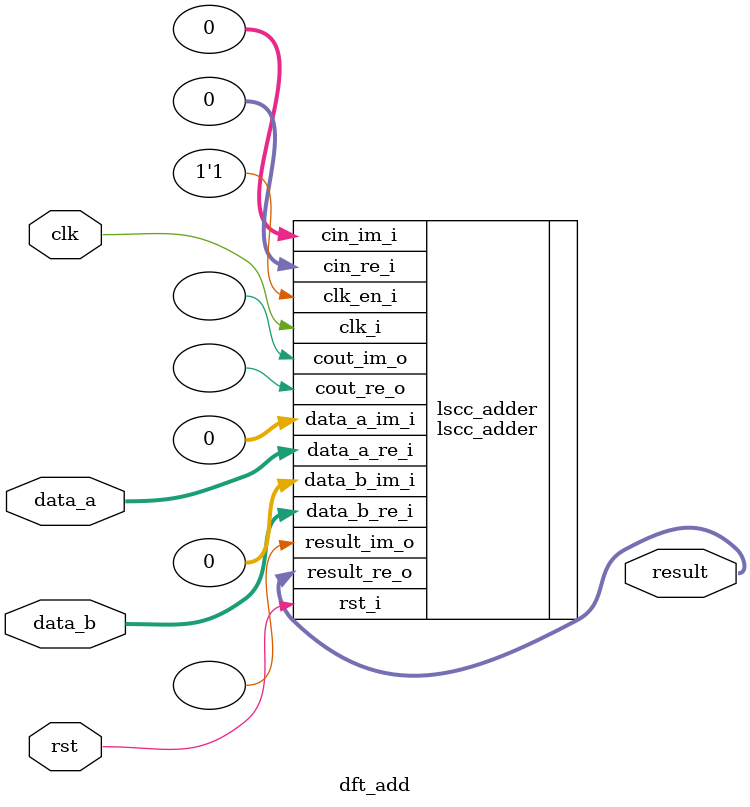
<source format=v>
module dft_add
#(
    parameter DATA_W          = 32,
    parameter DATA_SIGNED     = "off",  // "on" / "off"
    parameter INPUT_REG       = "off",  // "on" / "off"
    parameter OUTPUT_REG      = "on",   // "on" / "off"
    parameter PIPELINE_STAGES = 0,
    parameter PIPE_4BIT       = 1'b0
)
(
    // System
    input  wire              clk,  // System clock
    input  wire              rst,  // System reset
    // Input data
    input  wire [DATA_W-1:0] data_a, // Data A
    input  wire [DATA_W-1:0] data_b, // Data B
    // Output data
    output wire [DATA_W-1:0] result  // Result
);

lscc_adder
#(
    .D_WIDTH   (DATA_W),
    .SIGNED    (DATA_SIGNED),
    .USE_CNUM  (0),
    .USE_CIN   (0),
    .USE_COUT  (0),
    .USE_IREG  (INPUT_REG),
    .USE_OREG  (OUTPUT_REG),
    .PIPELINES (PIPELINE_STAGES),
    .PIPE_4BIT (PIPE_4BIT)
) lscc_adder (
    .clk_i          (clk),
    .clk_en_i       (1'b1),
    .rst_i          (rst),
    .data_a_re_i    (data_a),
    .data_a_im_i    (0),
    .data_b_re_i    (data_b),
    .data_b_im_i    (0),
    .cin_re_i       (0),
    .cin_im_i       (0),

    .result_re_o    (result),
    .result_im_o    (),
    .cout_re_o      (),
    .cout_im_o      ()
);

endmodule
</source>
